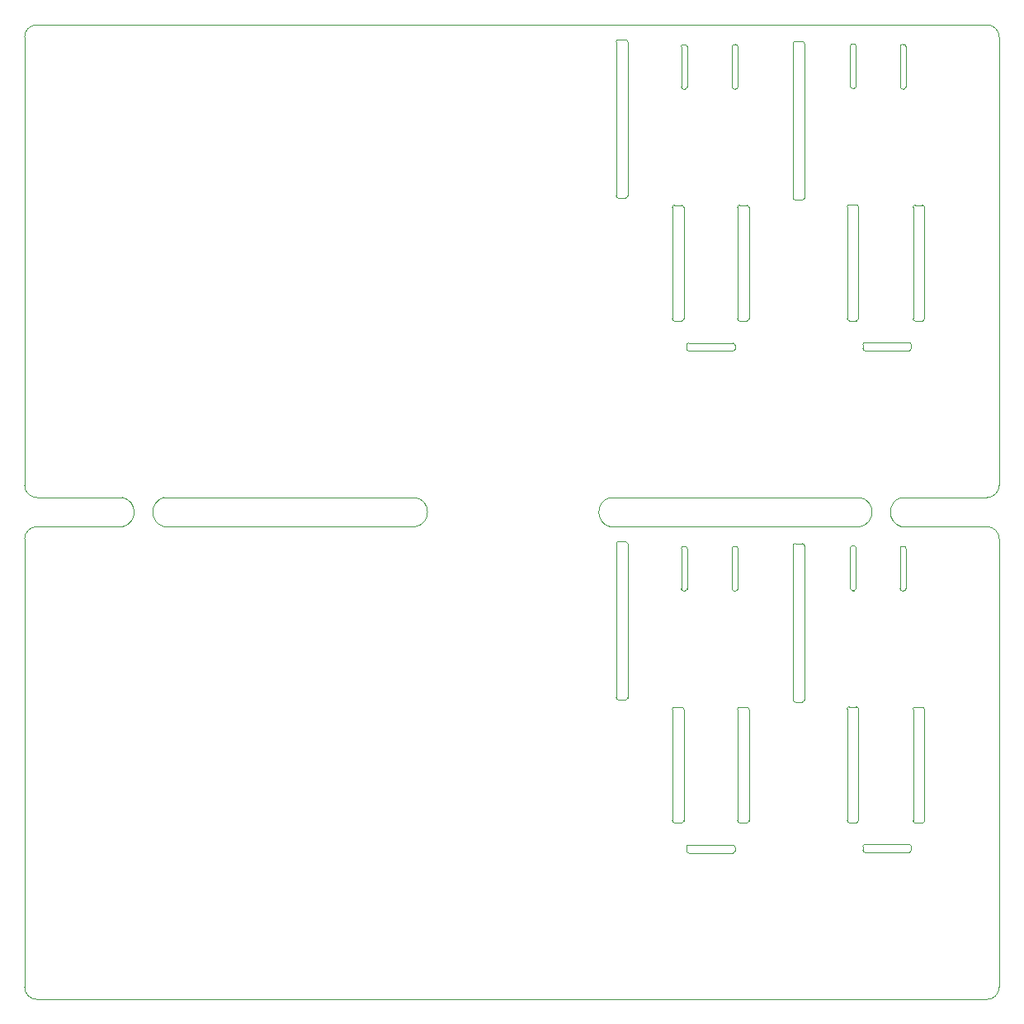
<source format=gbr>
G04 #@! TF.GenerationSoftware,KiCad,Pcbnew,5.1.9-73d0e3b20d~88~ubuntu18.04.1*
G04 #@! TF.CreationDate,2021-03-27T22:47:01+02:00*
G04 #@! TF.ProjectId,,58585858-5858-4585-9858-585858585858,1*
G04 #@! TF.SameCoordinates,Original*
G04 #@! TF.FileFunction,Profile,NP*
%FSLAX46Y46*%
G04 Gerber Fmt 4.6, Leading zero omitted, Abs format (unit mm)*
G04 Created by KiCad (PCBNEW 5.1.9-73d0e3b20d~88~ubuntu18.04.1) date 2021-03-27 22:47:01*
%MOMM*%
%LPD*%
G01*
G04 APERTURE LIST*
G04 #@! TA.AperFunction,Profile*
%ADD10C,0.050000*%
G04 #@! TD*
G04 APERTURE END LIST*
D10*
X156875000Y-102035000D02*
X157600000Y-102035000D01*
X157825000Y-102260000D02*
X157825000Y-118060000D01*
X157600000Y-118285000D02*
X156875000Y-118285000D01*
X156650000Y-118060000D02*
X156650000Y-102260000D01*
X156650000Y-102260000D02*
G75*
G02*
X156875000Y-102035000I225000J0D01*
G01*
X157600000Y-102035000D02*
G75*
G02*
X157825000Y-102260000I0J-225000D01*
G01*
X156875000Y-118285000D02*
G75*
G02*
X156650000Y-118060000I0J225000D01*
G01*
X157825000Y-118060000D02*
G75*
G02*
X157600000Y-118285000I-225000J0D01*
G01*
X163320000Y-106870000D02*
X163320000Y-102740000D01*
X163910000Y-102735000D02*
X163910000Y-106870000D01*
X163545000Y-107095000D02*
G75*
G02*
X163320000Y-106870000I0J225000D01*
G01*
X163545000Y-102515000D02*
X163685000Y-102510000D01*
X163910000Y-106870000D02*
G75*
G02*
X163685000Y-107095000I-225000J0D01*
G01*
X163680000Y-107095000D02*
X163545000Y-107095000D01*
X163320000Y-102740000D02*
G75*
G02*
X163545000Y-102515000I225000J0D01*
G01*
X163685000Y-102510000D02*
G75*
G02*
X163910000Y-102735000I0J-225000D01*
G01*
X169130000Y-102735000D02*
X169130000Y-106870000D01*
X168765000Y-102515000D02*
X168905000Y-102510000D01*
X169130000Y-106870000D02*
G75*
G02*
X168905000Y-107095000I-225000J0D01*
G01*
X168540000Y-106870000D02*
X168540000Y-102740000D01*
X168900000Y-107095000D02*
X168765000Y-107095000D01*
X168765000Y-107095000D02*
G75*
G02*
X168540000Y-106870000I0J225000D01*
G01*
X168540000Y-102740000D02*
G75*
G02*
X168765000Y-102515000I225000J0D01*
G01*
X168905000Y-102510000D02*
G75*
G02*
X169130000Y-102735000I0J-225000D01*
G01*
X181260000Y-102675000D02*
X181260000Y-106810000D01*
X180895000Y-102455000D02*
X181035000Y-102450000D01*
X181260000Y-106810000D02*
G75*
G02*
X181035000Y-107035000I-225000J0D01*
G01*
X180670000Y-106810000D02*
X180670000Y-102680000D01*
X181030000Y-107035000D02*
X180895000Y-107035000D01*
X180895000Y-107035000D02*
G75*
G02*
X180670000Y-106810000I0J225000D01*
G01*
X180670000Y-102680000D02*
G75*
G02*
X180895000Y-102455000I225000J0D01*
G01*
X181035000Y-102450000D02*
G75*
G02*
X181260000Y-102675000I0J-225000D01*
G01*
X186380000Y-102725000D02*
X186380000Y-106860000D01*
X186015000Y-102505000D02*
X186155000Y-102500000D01*
X186380000Y-106860000D02*
G75*
G02*
X186155000Y-107085000I-225000J0D01*
G01*
X185790000Y-106860000D02*
X185790000Y-102730000D01*
X186150000Y-107085000D02*
X186015000Y-107085000D01*
X186015000Y-107085000D02*
G75*
G02*
X185790000Y-106860000I0J225000D01*
G01*
X185790000Y-102730000D02*
G75*
G02*
X186015000Y-102505000I225000J0D01*
G01*
X186155000Y-102500000D02*
G75*
G02*
X186380000Y-102725000I0J-225000D01*
G01*
X186925000Y-133325000D02*
X186925000Y-133700000D01*
X186700000Y-133925000D02*
X182180000Y-133925000D01*
X186700000Y-133100000D02*
G75*
G02*
X186925000Y-133325000I0J-225000D01*
G01*
X181955000Y-133700000D02*
X181955000Y-133325000D01*
X182180000Y-133100000D02*
X186700000Y-133100000D01*
X181955000Y-133325000D02*
G75*
G02*
X182180000Y-133100000I225000J0D01*
G01*
X182180000Y-133925000D02*
G75*
G02*
X181955000Y-133700000I0J225000D01*
G01*
X186925000Y-133700000D02*
G75*
G02*
X186700000Y-133925000I-225000J0D01*
G01*
X163575000Y-130670000D02*
G75*
G02*
X163350000Y-130895000I-225000J0D01*
G01*
X162625000Y-130895000D02*
G75*
G02*
X162400000Y-130670000I0J225000D01*
G01*
X163350000Y-119005000D02*
G75*
G02*
X163575000Y-119230000I0J-225000D01*
G01*
X162400000Y-119230000D02*
G75*
G02*
X162625000Y-119005000I225000J0D01*
G01*
X162400000Y-130670000D02*
X162400000Y-119230000D01*
X163350000Y-130895000D02*
X162625000Y-130895000D01*
X163575000Y-119230000D02*
X163575000Y-130670000D01*
X162625000Y-119005000D02*
X163350000Y-119005000D01*
X170265000Y-130670000D02*
G75*
G02*
X170040000Y-130895000I-225000J0D01*
G01*
X170040000Y-119005000D02*
G75*
G02*
X170265000Y-119230000I0J-225000D01*
G01*
X169315000Y-130895000D02*
G75*
G02*
X169090000Y-130670000I0J225000D01*
G01*
X169090000Y-119230000D02*
G75*
G02*
X169315000Y-119005000I225000J0D01*
G01*
X169090000Y-130670000D02*
X169090000Y-119230000D01*
X170265000Y-119230000D02*
X170265000Y-130670000D01*
X169315000Y-119005000D02*
X170040000Y-119005000D01*
X170040000Y-130895000D02*
X169315000Y-130895000D01*
X181515000Y-130640000D02*
G75*
G02*
X181290000Y-130865000I-225000J0D01*
G01*
X181290000Y-118975000D02*
G75*
G02*
X181515000Y-119200000I0J-225000D01*
G01*
X180565000Y-130865000D02*
G75*
G02*
X180340000Y-130640000I0J225000D01*
G01*
X180340000Y-119200000D02*
G75*
G02*
X180565000Y-118975000I225000J0D01*
G01*
X180340000Y-130640000D02*
X180340000Y-119200000D01*
X181515000Y-119200000D02*
X181515000Y-130640000D01*
X180565000Y-118975000D02*
X181290000Y-118975000D01*
X181290000Y-130865000D02*
X180565000Y-130865000D01*
X188285000Y-130670000D02*
G75*
G02*
X188060000Y-130895000I-225000J0D01*
G01*
X188060000Y-119005000D02*
G75*
G02*
X188285000Y-119230000I0J-225000D01*
G01*
X187335000Y-130895000D02*
G75*
G02*
X187110000Y-130670000I0J225000D01*
G01*
X187110000Y-119230000D02*
G75*
G02*
X187335000Y-119005000I225000J0D01*
G01*
X187110000Y-130670000D02*
X187110000Y-119230000D01*
X188285000Y-119230000D02*
X188285000Y-130670000D01*
X187335000Y-119005000D02*
X188060000Y-119005000D01*
X188060000Y-130895000D02*
X187335000Y-130895000D01*
X164095000Y-133155000D02*
X168615000Y-133155000D01*
X168615000Y-133155000D02*
G75*
G02*
X168840000Y-133380000I0J-225000D01*
G01*
X168840000Y-133380000D02*
X168840000Y-133755000D01*
X168840000Y-133755000D02*
G75*
G02*
X168615000Y-133980000I-225000J0D01*
G01*
X163870000Y-133755000D02*
X163870000Y-133380000D01*
X163870000Y-133380000D02*
G75*
G02*
X164095000Y-133155000I225000J0D01*
G01*
X164095000Y-133980000D02*
G75*
G02*
X163870000Y-133755000I0J225000D01*
G01*
X168615000Y-133980000D02*
X164095000Y-133980000D01*
X175965000Y-118250000D02*
G75*
G02*
X175740000Y-118475000I-225000J0D01*
G01*
X175015000Y-118475000D02*
G75*
G02*
X174790000Y-118250000I0J225000D01*
G01*
X174790000Y-102450000D02*
G75*
G02*
X175015000Y-102225000I225000J0D01*
G01*
X174790000Y-118250000D02*
X174790000Y-102450000D01*
X175740000Y-118475000D02*
X175015000Y-118475000D01*
X175965000Y-102450000D02*
X175965000Y-118250000D01*
X175015000Y-102225000D02*
X175740000Y-102225000D01*
X175740000Y-102225000D02*
G75*
G02*
X175965000Y-102450000I0J-225000D01*
G01*
X156000098Y-100500026D02*
G75*
G02*
X156000000Y-97500002I424902J1500026D01*
G01*
X155999999Y-97500001D02*
X181650000Y-97500002D01*
X135999999Y-100499998D02*
X110249999Y-100499998D01*
X136000001Y-97500002D02*
G75*
G02*
X135999999Y-100499998I-225001J-1499998D01*
G01*
X181650000Y-97500002D02*
G75*
G02*
X181649998Y-100499998I-275000J-1499998D01*
G01*
X185900000Y-100499999D02*
G75*
G02*
X185900001Y-97500001I450000J1499999D01*
G01*
X110250000Y-100499998D02*
G75*
G02*
X110250001Y-97500001I400000J1499998D01*
G01*
X106000000Y-97500001D02*
G75*
G02*
X105999999Y-100499999I-350000J-1499999D01*
G01*
X106000000Y-97500001D02*
X97200000Y-97500000D01*
X105999999Y-100499999D02*
X97200000Y-100500000D01*
X194700000Y-100500000D02*
X185900000Y-100499999D01*
X194700000Y-97500000D02*
X185900001Y-97500001D01*
X95950000Y-101750000D02*
G75*
G02*
X97200000Y-100500000I1250000J0D01*
G01*
X97200000Y-149000000D02*
G75*
G02*
X95950000Y-147750000I0J1250000D01*
G01*
X195950000Y-147750000D02*
G75*
G02*
X194700000Y-149000000I-1250000J0D01*
G01*
X194700000Y-100500000D02*
G75*
G02*
X195950000Y-101750000I0J-1250000D01*
G01*
X95950000Y-101750000D02*
X95950000Y-147750000D01*
X97200000Y-149000000D02*
X194700000Y-149000000D01*
X195950000Y-147750000D02*
X195950000Y-101750000D01*
X181649998Y-100499998D02*
X156000001Y-100500372D01*
X194700000Y-49000000D02*
G75*
G02*
X195950000Y-50250000I0J-1250000D01*
G01*
X195950000Y-96250000D02*
G75*
G02*
X194700000Y-97500000I-1250000J0D01*
G01*
X97200000Y-97500000D02*
G75*
G02*
X95950000Y-96250000I0J1250000D01*
G01*
X95950000Y-50250000D02*
G75*
G02*
X97200000Y-49000000I1250000J0D01*
G01*
X194700000Y-49000000D02*
X97200000Y-49000000D01*
X195950000Y-96250000D02*
X195950000Y-50250000D01*
X110250002Y-97500003D02*
X136000001Y-97500002D01*
X95950000Y-50250000D02*
X95950000Y-96250000D01*
X175740000Y-50725000D02*
G75*
G02*
X175965000Y-50950000I0J-225000D01*
G01*
X175015000Y-50725000D02*
X175740000Y-50725000D01*
X175965000Y-50950000D02*
X175965000Y-66750000D01*
X175740000Y-66975000D02*
X175015000Y-66975000D01*
X174790000Y-66750000D02*
X174790000Y-50950000D01*
X174790000Y-50950000D02*
G75*
G02*
X175015000Y-50725000I225000J0D01*
G01*
X175015000Y-66975000D02*
G75*
G02*
X174790000Y-66750000I0J225000D01*
G01*
X175965000Y-66750000D02*
G75*
G02*
X175740000Y-66975000I-225000J0D01*
G01*
X168615000Y-82480000D02*
X164095000Y-82480000D01*
X164095000Y-82480000D02*
G75*
G02*
X163870000Y-82255000I0J225000D01*
G01*
X163870000Y-81880000D02*
G75*
G02*
X164095000Y-81655000I225000J0D01*
G01*
X163870000Y-82255000D02*
X163870000Y-81880000D01*
X168840000Y-82255000D02*
G75*
G02*
X168615000Y-82480000I-225000J0D01*
G01*
X168840000Y-81880000D02*
X168840000Y-82255000D01*
X168615000Y-81655000D02*
G75*
G02*
X168840000Y-81880000I0J-225000D01*
G01*
X164095000Y-81655000D02*
X168615000Y-81655000D01*
X188060000Y-79395000D02*
X187335000Y-79395000D01*
X187335000Y-67505000D02*
X188060000Y-67505000D01*
X188285000Y-67730000D02*
X188285000Y-79170000D01*
X187110000Y-79170000D02*
X187110000Y-67730000D01*
X187110000Y-67730000D02*
G75*
G02*
X187335000Y-67505000I225000J0D01*
G01*
X187335000Y-79395000D02*
G75*
G02*
X187110000Y-79170000I0J225000D01*
G01*
X188060000Y-67505000D02*
G75*
G02*
X188285000Y-67730000I0J-225000D01*
G01*
X188285000Y-79170000D02*
G75*
G02*
X188060000Y-79395000I-225000J0D01*
G01*
X181290000Y-79365000D02*
X180565000Y-79365000D01*
X180565000Y-67475000D02*
X181290000Y-67475000D01*
X181515000Y-67700000D02*
X181515000Y-79140000D01*
X180340000Y-79140000D02*
X180340000Y-67700000D01*
X180340000Y-67700000D02*
G75*
G02*
X180565000Y-67475000I225000J0D01*
G01*
X180565000Y-79365000D02*
G75*
G02*
X180340000Y-79140000I0J225000D01*
G01*
X181290000Y-67475000D02*
G75*
G02*
X181515000Y-67700000I0J-225000D01*
G01*
X181515000Y-79140000D02*
G75*
G02*
X181290000Y-79365000I-225000J0D01*
G01*
X170040000Y-79395000D02*
X169315000Y-79395000D01*
X169315000Y-67505000D02*
X170040000Y-67505000D01*
X170265000Y-67730000D02*
X170265000Y-79170000D01*
X169090000Y-79170000D02*
X169090000Y-67730000D01*
X169090000Y-67730000D02*
G75*
G02*
X169315000Y-67505000I225000J0D01*
G01*
X169315000Y-79395000D02*
G75*
G02*
X169090000Y-79170000I0J225000D01*
G01*
X170040000Y-67505000D02*
G75*
G02*
X170265000Y-67730000I0J-225000D01*
G01*
X170265000Y-79170000D02*
G75*
G02*
X170040000Y-79395000I-225000J0D01*
G01*
X162625000Y-67505000D02*
X163350000Y-67505000D01*
X163575000Y-67730000D02*
X163575000Y-79170000D01*
X163350000Y-79395000D02*
X162625000Y-79395000D01*
X162400000Y-79170000D02*
X162400000Y-67730000D01*
X162400000Y-67730000D02*
G75*
G02*
X162625000Y-67505000I225000J0D01*
G01*
X163350000Y-67505000D02*
G75*
G02*
X163575000Y-67730000I0J-225000D01*
G01*
X162625000Y-79395000D02*
G75*
G02*
X162400000Y-79170000I0J225000D01*
G01*
X163575000Y-79170000D02*
G75*
G02*
X163350000Y-79395000I-225000J0D01*
G01*
X186925000Y-82200000D02*
G75*
G02*
X186700000Y-82425000I-225000J0D01*
G01*
X182180000Y-82425000D02*
G75*
G02*
X181955000Y-82200000I0J225000D01*
G01*
X181955000Y-81825000D02*
G75*
G02*
X182180000Y-81600000I225000J0D01*
G01*
X182180000Y-81600000D02*
X186700000Y-81600000D01*
X181955000Y-82200000D02*
X181955000Y-81825000D01*
X186700000Y-81600000D02*
G75*
G02*
X186925000Y-81825000I0J-225000D01*
G01*
X186700000Y-82425000D02*
X182180000Y-82425000D01*
X186925000Y-81825000D02*
X186925000Y-82200000D01*
X186155000Y-51000000D02*
G75*
G02*
X186380000Y-51225000I0J-225000D01*
G01*
X185790000Y-51230000D02*
G75*
G02*
X186015000Y-51005000I225000J0D01*
G01*
X186015000Y-55585000D02*
G75*
G02*
X185790000Y-55360000I0J225000D01*
G01*
X186150000Y-55585000D02*
X186015000Y-55585000D01*
X185790000Y-55360000D02*
X185790000Y-51230000D01*
X186380000Y-55360000D02*
G75*
G02*
X186155000Y-55585000I-225000J0D01*
G01*
X186015000Y-51005000D02*
X186155000Y-51000000D01*
X186380000Y-51225000D02*
X186380000Y-55360000D01*
X181035000Y-50950000D02*
G75*
G02*
X181260000Y-51175000I0J-225000D01*
G01*
X180670000Y-51180000D02*
G75*
G02*
X180895000Y-50955000I225000J0D01*
G01*
X180895000Y-55535000D02*
G75*
G02*
X180670000Y-55310000I0J225000D01*
G01*
X181030000Y-55535000D02*
X180895000Y-55535000D01*
X180670000Y-55310000D02*
X180670000Y-51180000D01*
X181260000Y-55310000D02*
G75*
G02*
X181035000Y-55535000I-225000J0D01*
G01*
X180895000Y-50955000D02*
X181035000Y-50950000D01*
X181260000Y-51175000D02*
X181260000Y-55310000D01*
X168905000Y-51010000D02*
G75*
G02*
X169130000Y-51235000I0J-225000D01*
G01*
X168540000Y-51240000D02*
G75*
G02*
X168765000Y-51015000I225000J0D01*
G01*
X168765000Y-55595000D02*
G75*
G02*
X168540000Y-55370000I0J225000D01*
G01*
X168900000Y-55595000D02*
X168765000Y-55595000D01*
X168540000Y-55370000D02*
X168540000Y-51240000D01*
X169130000Y-55370000D02*
G75*
G02*
X168905000Y-55595000I-225000J0D01*
G01*
X168765000Y-51015000D02*
X168905000Y-51010000D01*
X169130000Y-51235000D02*
X169130000Y-55370000D01*
X163685000Y-51010000D02*
G75*
G02*
X163910000Y-51235000I0J-225000D01*
G01*
X163320000Y-51240000D02*
G75*
G02*
X163545000Y-51015000I225000J0D01*
G01*
X163680000Y-55595000D02*
X163545000Y-55595000D01*
X163910000Y-55370000D02*
G75*
G02*
X163685000Y-55595000I-225000J0D01*
G01*
X163545000Y-51015000D02*
X163685000Y-51010000D01*
X163545000Y-55595000D02*
G75*
G02*
X163320000Y-55370000I0J225000D01*
G01*
X163910000Y-51235000D02*
X163910000Y-55370000D01*
X163320000Y-55370000D02*
X163320000Y-51240000D01*
X157825000Y-66560000D02*
G75*
G02*
X157600000Y-66785000I-225000J0D01*
G01*
X156875000Y-66785000D02*
G75*
G02*
X156650000Y-66560000I0J225000D01*
G01*
X157600000Y-50535000D02*
G75*
G02*
X157825000Y-50760000I0J-225000D01*
G01*
X156650000Y-50760000D02*
G75*
G02*
X156875000Y-50535000I225000J0D01*
G01*
X156650000Y-66560000D02*
X156650000Y-50760000D01*
X157600000Y-66785000D02*
X156875000Y-66785000D01*
X157825000Y-50760000D02*
X157825000Y-66560000D01*
X156875000Y-50535000D02*
X157600000Y-50535000D01*
M02*

</source>
